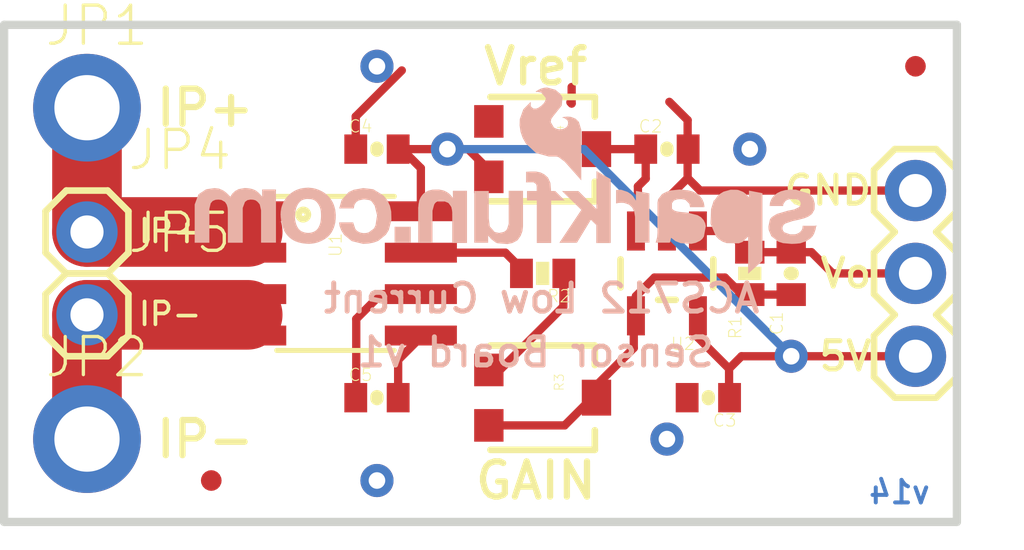
<source format=kicad_pcb>
(kicad_pcb (version 20211014) (generator pcbnew)
  (layers (0 "F.Cu" signal) (1 "In1.Cu" signal) (2 "In2.Cu" signal) (3 "In3.Cu" signal) (4 "In4.Cu" signal) (5 "In5.Cu" signal) (6 "In6.Cu" signal) (7 "In7.Cu" signal) (8 "In8.Cu" signal) (9 "In9.Cu" signal) (10 "In10.Cu" signal) (11 "In11.Cu" signal) (12 "In12.Cu" signal) (13 "In13.Cu" signal) (14 "In14.Cu" signal) (31 "B.Cu" signal) (34 "B.Paste" user) (35 "F.Paste" user) (36 "B.SilkS" user "B.Silkscreen") (37 "F.SilkS" user "F.Silkscreen") (38 "B.Mask" user) (39 "F.Mask" user) (44 "Edge.Cuts" user))
  (net 0 "")
  (net 1 "IP+")
  (net 2 "IP-")
  (net 3 "N$3")
  (net 4 "N$4")
  (net 5 "N$5")
  (net 6 "5V")
  (net 7 "VO")
  (net 8 "GND")
  (net 9 "N$6")
  (net 10 "N$8")
  (footprint "boardEagle:1X01_2MM" (layer "F.Cu") (at 136.4361 99.9236)
    (fp_text reference "JP1" (at -1.3462 -1.8288) (layer "F.SilkS") (effects (font (size 1.1684 1.1684) (thickness 0.1016)) (justify left bottom)))
    (fp_text value "M01PTH_2MM")
    (pad "1" thru_hole circle (at 0 0 90) (size 3.302 3.302) (drill 2) (layers *.Cu *.Mask) (net 1 "IP+"))
  )
  (footprint "boardEagle:TRIMPOT-3MM" (layer "F.Cu") (at 150.4061 108.8136 -90)
    (fp_text reference "R3" (at -0.762 -0.508 90) (layer "F.SilkS") (effects (font (size 0.282367 0.282367) (thickness 0.022433)) (justify right)))
    (fp_text value "TRIMPOTSMD")
    (fp_line (start 1.6 -1.6) (end 1.6 1.6) (layer "F.SilkS") (width 0.2032))
    (fp_line (start -1 -1.6) (end -1.6 -1.6) (layer "F.SilkS") (width 0.2032))
    (fp_line (start 1 -1.6) (end 1.6 -1.6) (layer "F.SilkS") (width 0.2032))
    (fp_line (start -1.6 -1.6) (end -1.6 1.6) (layer "F.SilkS") (width 0.2032))
    (pad "1" smd rect (at -0.85 1.65 270) (size 1 0.9) (layers "F.Cu" "F.Paste" "F.Mask") (net 4 "N$4"))
    (pad "2" smd rect (at 0 -1.65 270) (size 1.1 0.9) (layers "F.Cu" "F.Paste" "F.Mask") (net 5 "N$5"))
    (pad "3" smd rect (at 0.85 1.65 270) (size 1 0.9) (layers "F.Cu" "F.Paste" "F.Mask") (net 5 "N$5"))
  )
  (footprint "boardEagle:0402-CAP" (layer "F.Cu") (at 145.3261 101.1936)
    (fp_text reference "C4" (at -0.889 -0.6985) (layer "F.SilkS") (effects (font (size 0.376489 0.376489) (thickness 0.029911)) (justify left)))
    (fp_text value "0.1uF")
    (fp_line (start 0 -0.0305) (end 0 0.0305) (layer "F.SilkS") (width 0.4064))
    (pad "1" smd rect (at -0.65 0) (size 0.7 0.9) (layers "F.Cu" "F.Paste" "F.Mask") (net 8 "GND"))
    (pad "2" smd rect (at 0.65 0) (size 0.7 0.9) (layers "F.Cu" "F.Paste" "F.Mask") (net 6 "5V"))
  )
  (footprint "boardEagle:1X01" (layer "F.Cu") (at 136.4361 103.7336)
    (fp_text reference "JP4" (at 1.1938 -1.8288) (layer "F.SilkS") (effects (font (size 1.1684 1.1684) (thickness 0.1016)) (justify left bottom)))
    (fp_text value "M01PTH")
    (fp_line (start -1.27 -0.635) (end -1.27 0.635) (layer "F.SilkS") (width 0.2032))
    (fp_line (start 0.635 -1.27) (end -0.635 -1.27) (layer "F.SilkS") (width 0.2032))
    (fp_line (start -0.635 1.27) (end 0.635 1.27) (layer "F.SilkS") (width 0.2032))
    (fp_line (start -0.635 -1.27) (end -1.27 -0.635) (layer "F.SilkS") (width 0.2032))
    (fp_line (start -1.27 0.635) (end -0.635 1.27) (layer "F.SilkS") (width 0.2032))
    (fp_line (start 1.27 -0.635) (end 0.635 -1.27) (layer "F.SilkS") (width 0.2032))
    (fp_line (start 0.635 1.27) (end 1.27 0.635) (layer "F.SilkS") (width 0.2032))
    (fp_line (start 1.27 0.635) (end 1.27 -0.635) (layer "F.SilkS") (width 0.2032))
    (pad "1" thru_hole circle (at 0 0 90) (size 1.8796 1.8796) (drill 1.016) (layers *.Cu *.Mask) (net 1 "IP+"))
  )
  (footprint "boardEagle:0402-RES" (layer "F.Cu") (at 156.7561 105.0036 -90)
    (fp_text reference "R1" (at 1.27 0.4445 90) (layer "F.SilkS") (effects (font (size 0.376489 0.376489) (thickness 0.029911)) (justify right)))
    (fp_text value "47K")
    (fp_poly (pts (xy -0.2032 0.3556) (xy 0.2032 0.3556) (xy 0.2032 -0.3556) (xy -0.2032 -0.3556)) (layer "F.SilkS") (width 0) (fill solid))
    (pad "1" smd rect (at -0.65 0 270) (size 0.7 0.9) (layers "F.Cu" "F.Paste" "F.Mask") (net 7 "VO"))
    (pad "2" smd rect (at 0.65 0 270) (size 0.7 0.9) (layers "F.Cu" "F.Paste" "F.Mask") (net 5 "N$5"))
  )
  (footprint "boardEagle:MICRO-FIDUCIAL" (layer "F.Cu") (at 161.8361 98.6536)
    (fp_text reference "U$1" hide)
    (fp_text value "FIDUCIALUFIDUCIAL" hide)
    (pad "1" smd roundrect (at 0 0) (size 0.635 0.635) (layers "F.Cu" "F.Mask") (roundrect_rratio 0.5))
  )
  (footprint "boardEagle:1X03" (layer "F.Cu") (at 161.8361 107.5436 90)
    (fp_text reference "JP3" hide)
    (fp_text value "")
    (fp_line (start 5.715 1.27) (end 4.445 1.27) (layer "F.SilkS") (width 0.2032))
    (fp_line (start 6.35 0.635) (end 5.715 1.27) (layer "F.SilkS") (width 0.2032))
    (fp_line (start 1.905 -1.27) (end 3.175 -1.27) (layer "F.SilkS") (width 0.2032))
    (fp_line (start 3.81 -0.635) (end 4.445 -1.27) (layer "F.SilkS") (width 0.2032))
    (fp_line (start 1.27 -0.635) (end 1.905 -1.27) (layer "F.SilkS") (width 0.2032))
    (fp_line (start 6.35 -0.635) (end 6.35 0.635) (layer "F.SilkS") (width 0.2032))
    (fp_line (start -1.27 0.635) (end -0.635 1.27) (layer "F.SilkS") (width 0.2032))
    (fp_line (start 5.715 -1.27) (end 6.35 -0.635) (layer "F.SilkS") (width 0.2032))
    (fp_line (start 1.27 0.635) (end 0.635 1.27) (layer "F.SilkS") (width 0.2032))
    (fp_line (start 0.635 -1.27) (end 1.27 -0.635) (layer "F.SilkS") (width 0.2032))
    (fp_line (start 3.175 -1.27) (end 3.81 -0.635) (layer "F.SilkS") (width 0.2032))
    (fp_line (start 0.635 1.27) (end -0.635 1.27) (layer "F.SilkS") (width 0.2032))
    (fp_line (start -1.27 -0.635) (end -1.27 0.635) (layer "F.SilkS") (width 0.2032))
    (fp_line (start 1.905 1.27) (end 1.27 0.635) (layer "F.SilkS") (width 0.2032))
    (fp_line (start 3.81 0.635) (end 3.175 1.27) (layer "F.SilkS") (width 0.2032))
    (fp_line (start -0.635 -1.27) (end 0.635 -1.27) (layer "F.SilkS") (width 0.2032))
    (fp_line (start 3.175 1.27) (end 1.905 1.27) (layer "F.SilkS") (width 0.2032))
    (fp_line (start 4.445 -1.27) (end 5.715 -1.27) (layer "F.SilkS") (width 0.2032))
    (fp_line (start -0.635 -1.27) (end -1.27 -0.635) (layer "F.SilkS") (width 0.2032))
    (fp_line (start 4.445 1.27) (end 3.81 0.635) (layer "F.SilkS") (width 0.2032))
    (pad "1" thru_hole circle (at 0 0 180) (size 1.8796 1.8796) (drill 1.016) (layers *.Cu *.Mask) (net 6 "5V"))
    (pad "2" thru_hole circle (at 2.54 0 180) (size 1.8796 1.8796) (drill 1.016) (layers *.Cu *.Mask) (net 7 "VO"))
    (pad "3" thru_hole circle (at 5.08 0 180) (size 1.8796 1.8796) (drill 1.016) (layers *.Cu *.Mask) (net 8 "GND"))
  )
  (footprint "boardEagle:TRIMPOT-3MM" (layer "F.Cu") (at 150.4061 101.1936 -90)
    (fp_text reference "R4" (at -0.762 -0.508 90) (layer "F.SilkS") (effects (font (size 0.282367 0.282367) (thickness 0.022433)) (justify right)))
    (fp_text value "TRIMPOTSMD")
    (fp_line (start -1.6 -1.6) (end -1.6 1.6) (layer "F.SilkS") (width 0.2032))
    (fp_line (start 1 -1.6) (end 1.6 -1.6) (layer "F.SilkS") (width 0.2032))
    (fp_line (start -1 -1.6) (end -1.6 -1.6) (layer "F.SilkS") (width 0.2032))
    (fp_line (start 1.6 -1.6) (end 1.6 1.6) (layer "F.SilkS") (width 0.2032))
    (pad "1" smd rect (at -0.85 1.65 270) (size 1 0.9) (layers "F.Cu" "F.Paste" "F.Mask") (net 8 "GND"))
    (pad "2" smd rect (at 0 -1.65 270) (size 1.1 0.9) (layers "F.Cu" "F.Paste" "F.Mask") (net 9 "N$6"))
    (pad "3" smd rect (at 0.85 1.65 270) (size 1 0.9) (layers "F.Cu" "F.Paste" "F.Mask") (net 6 "5V"))
  )
  (footprint "boardEagle:0402-CAP" (layer "F.Cu") (at 158.0261 105.0036 -90)
    (fp_text reference "C1" (at 1.143 0.4445 90) (layer "F.SilkS") (effects (font (size 0.376489 0.376489) (thickness 0.029911)) (justify right)))
    (fp_text value "100pF")
    (fp_line (start 0 -0.0305) (end 0 0.0305) (layer "F.SilkS") (width 0.4064))
    (pad "1" smd rect (at -0.65 0 270) (size 0.7 0.9) (layers "F.Cu" "F.Paste" "F.Mask") (net 7 "VO"))
    (pad "2" smd rect (at 0.65 0 270) (size 0.7 0.9) (layers "F.Cu" "F.Paste" "F.Mask") (net 5 "N$5"))
  )
  (footprint "boardEagle:0402-RES" (layer "F.Cu") (at 150.4061 105.0036 180)
    (fp_text reference "R2" (at -0.889 -0.6985) (layer "F.SilkS") (effects (font (size 0.376489 0.376489) (thickness 0.029911)) (justify right)))
    (fp_text value "1K")
    (fp_poly (pts (xy -0.2032 0.3556) (xy 0.2032 0.3556) (xy 0.2032 -0.3556) (xy -0.2032 -0.3556)) (layer "F.SilkS") (width 0) (fill solid))
    (pad "1" smd rect (at -0.65 0 180) (size 0.7 0.9) (layers "F.Cu" "F.Paste" "F.Mask") (net 4 "N$4"))
    (pad "2" smd rect (at 0.65 0 180) (size 0.7 0.9) (layers "F.Cu" "F.Paste" "F.Mask") (net 3 "N$3"))
  )
  (footprint "boardEagle:0402-CAP" (layer "F.Cu") (at 155.4861 108.8136 180)
    (fp_text reference "C3" (at -0.889 -0.6985) (layer "F.SilkS") (effects (font (size 0.376489 0.376489) (thickness 0.029911)) (justify right)))
    (fp_text value "0.1uF")
    (fp_line (start 0 -0.0305) (end 0 0.0305) (layer "F.SilkS") (width 0.4064))
    (pad "1" smd rect (at -0.65 0 180) (size 0.7 0.9) (layers "F.Cu" "F.Paste" "F.Mask") (net 6 "5V"))
    (pad "2" smd rect (at 0.65 0 180) (size 0.7 0.9) (layers "F.Cu" "F.Paste" "F.Mask") (net 8 "GND"))
  )
  (footprint "boardEagle:SOT23-5" (layer "F.Cu") (at 154.2161 105.0036 180)
    (fp_text reference "U2" (at -0.889 -2.159) (layer "F.SilkS") (effects (font (size 0.376489 0.376489) (thickness 0.029911)) (justify right)))
    (fp_text value "OPA344")
    (fp_line (start -0.2684 -0.8104) (end 0.2684 -0.8104) (layer "F.SilkS") (width 0.2032))
    (fp_line (start 1.4224 -0.4294) (end 1.4224 0.4294) (layer "F.SilkS") (width 0.2032))
    (fp_line (start -1.4224 0.4294) (end -1.4224 -0.4294) (layer "F.SilkS") (width 0.2032))
    (pad "1" smd rect (at -0.95 1.3001 180) (size 0.55 1.2) (layers "F.Cu" "F.Paste" "F.Mask") (net 7 "VO"))
    (pad "2" smd rect (at 0 1.3001 180) (size 0.55 1.2) (layers "F.Cu" "F.Paste" "F.Mask") (net 8 "GND"))
    (pad "3" smd rect (at 0.95 1.3001 180) (size 0.55 1.2) (layers "F.Cu" "F.Paste" "F.Mask") (net 9 "N$6"))
    (pad "4" smd rect (at 0.95 -1.3001 180) (size 0.55 1.2) (layers "F.Cu" "F.Paste" "F.Mask") (net 5 "N$5"))
    (pad "5" smd rect (at -0.95 -1.3001 180) (size 0.55 1.2) (layers "F.Cu" "F.Paste" "F.Mask") (net 6 "5V"))
  )
  (footprint "boardEagle:0402-CAP" (layer "F.Cu") (at 145.3261 108.8136)
    (fp_text reference "C5" (at -0.889 -0.6985) (layer "F.SilkS") (effects (font (size 0.376489 0.376489) (thickness 0.029911)) (justify left)))
    (fp_text value "1nF")
    (fp_line (start 0 -0.0305) (end 0 0.0305) (layer "F.SilkS") (width 0.4064))
    (pad "1" smd rect (at -0.65 0) (size 0.7 0.9) (layers "F.Cu" "F.Paste" "F.Mask") (net 10 "N$8"))
    (pad "2" smd rect (at 0.65 0) (size 0.7 0.9) (layers "F.Cu" "F.Paste" "F.Mask") (net 8 "GND"))
  )
  (footprint "boardEagle:0402-CAP" (layer "F.Cu") (at 154.2161 101.1936)
    (fp_text reference "C2" (at -0.889 -0.6985) (layer "F.SilkS") (effects (font (size 0.376489 0.376489) (thickness 0.029911)) (justify left)))
    (fp_text value "0.1uF")
    (fp_line (start 0 -0.0305) (end 0 0.0305) (layer "F.SilkS") (width 0.4064))
    (pad "1" smd rect (at -0.65 0) (size 0.7 0.9) (layers "F.Cu" "F.Paste" "F.Mask") (net 9 "N$6"))
    (pad "2" smd rect (at 0.65 0) (size 0.7 0.9) (layers "F.Cu" "F.Paste" "F.Mask") (net 8 "GND"))
  )
  (footprint "boardEagle:1X01" (layer "F.Cu") (at 136.4361 106.2736)
    (fp_text reference "JP5" (at 1.1938 -1.8288) (layer "F.SilkS") (effects (font (size 1.1684 1.1684) (thickness 0.1016)) (justify left bottom)))
    (fp_text value "M01PTH")
    (fp_line (start -1.27 0.635) (end -0.635 1.27) (layer "F.SilkS") (width 0.2032))
    (fp_line (start 0.635 1.27) (end 1.27 0.635) (layer "F.SilkS") (width 0.2032))
    (fp_line (start -0.635 -1.27) (end -1.27 -0.635) (layer "F.SilkS") (width 0.2032))
    (fp_line (start -0.635 1.27) (end 0.635 1.27) (layer "F.SilkS") (width 0.2032))
    (fp_line (start 0.635 -1.27) (end -0.635 -1.27) (layer "F.SilkS") (width 0.2032))
    (fp_line (start -1.27 -0.635) (end -1.27 0.635) (layer "F.SilkS") (width 0.2032))
    (fp_line (start 1.27 -0.635) (end 0.635 -1.27) (layer "F.SilkS") (width 0.2032))
    (fp_line (start 1.27 0.635) (end 1.27 -0.635) (layer "F.SilkS") (width 0.2032))
    (pad "1" thru_hole circle (at 0 0 90) (size 1.8796 1.8796) (drill 1.016) (layers *.Cu *.Mask) (net 2 "IP-"))
  )
  (footprint "boardEagle:1X01_2MM" (layer "F.Cu") (at 136.4361 110.0836)
    (fp_text reference "JP2" (at -1.3462 -1.8288) (layer "F.SilkS") (effects (font (size 1.1684 1.1684) (thickness 0.1016)) (justify left bottom)))
    (fp_text value "M01PTH_2MM")
    (pad "1" thru_hole circle (at 0 0 90) (size 3.302 3.302) (drill 2) (layers *.Cu *.Mask) (net 2 "IP-"))
  )
  (footprint "boardEagle:MICRO-FIDUCIAL" (layer "F.Cu") (at 140.2461 111.3536)
    (fp_text reference "U$3" hide)
    (fp_text value "FIDUCIALUFIDUCIAL" hide)
    (pad "1" smd roundrect (at 0 0) (size 0.635 0.635) (layers "F.Cu" "F.Mask") (roundrect_rratio 0.5))
  )
  (footprint "boardEagle:SO08" (layer "F.Cu") (at 144.0561 105.0036 -90)
    (fp_text reference "U1" (at -1.27 0 90) (layer "F.SilkS") (effects (font (size 0.376489 0.376489) (thickness 0.029911)) (justify right)))
    (fp_text value "ACS712")
    (fp_line (start 2.362 1.803) (end 2.362 -1.803) (layer "F.SilkS") (width 0.1524))
    (fp_line (start -2.362 -1.803) (end -2.362 1.803) (layer "F.SilkS") (width 0.1524))
    (fp_circle (center -1.8034 0.9906) (end -1.6598 0.9906) (layer "F.SilkS") (width 0.2032) (fill none))
    (pad "1" smd rect (at -1.905 2.6162 270) (size 0.6096 2.2098) (layers "F.Cu" "F.Paste" "F.Mask") (net 1 "IP+"))
    (pad "2" smd rect (at -0.635 2.6162 270) (size 0.6096 2.2098) (layers "F.Cu" "F.Paste" "F.Mask") (net 1 "IP+"))
    (pad "3" smd rect (at 0.635 2.6162 270) (size 0.6096 2.2098) (layers "F.Cu" "F.Paste" "F.Mask") (net 2 "IP-"))
    (pad "4" smd rect (at 1.905 2.6162 270) (size 0.6096 2.2098) (layers "F.Cu" "F.Paste" "F.Mask") (net 2 "IP-"))
    (pad "5" smd rect (at 1.905 -2.6162 270) (size 0.6096 2.2098) (layers "F.Cu" "F.Paste" "F.Mask") (net 8 "GND"))
    (pad "6" smd rect (at 0.635 -2.6162 270) (size 0.6096 2.2098) (layers "F.Cu" "F.Paste" "F.Mask") (net 10 "N$8"))
    (pad "7" smd rect (at -0.635 -2.6162 270) (size 0.6096 2.2098) (layers "F.Cu" "F.Paste" "F.Mask") (net 3 "N$3"))
    (pad "8" smd rect (at -1.905 -2.6162 270) (size 0.6096 2.2098) (layers "F.Cu" "F.Paste" "F.Mask") (net 6 "5V"))
  )
  (footprint "boardEagle:SFE-NEW-WEBLOGO" (layer "B.Cu") (at 158.7881 105.0036 180)
    (fp_text reference "U$2" hide)
    (fp_text value "LOGO-SFENEW" hide)
    (fp_line (start 12.1818 0.955) (end 11.7729 0.955) (layer "B.SilkS") (width 0.0254))
    (fp_line (start 11.1201 2.2962) (end 11.1277 2.2962) (layer "B.SilkS") (width 0.0254))
    (fp_line (start 12.1818 2.0091) (end 12.1818 0.955) (layer "B.SilkS") (width 0.0254))
    (fp_line (start 11.1379 1.8136) (end 11.1379 0.9449) (layer "B.SilkS") (width 0.0254))
    (fp_line (start 10.7163 2.5171) (end 11.1201 2.5171) (layer "B.SilkS") (width 0.0254))
    (fp_line (start 11.7729 0.955) (end 11.7729 1.9202) (layer "B.SilkS") (width 0.0254))
    (fp_line (start 10.7163 0.9449) (end 10.7163 2.5171) (layer "B.SilkS") (width 0.0254))
    (fp_line (start 15.5702 2.6137) (end 15.5854 2.6137) (layer "B.SilkS") (width 0.0254))
    (fp_line (start 11.1379 0.9449) (end 10.7163 0.9449) (layer "B.SilkS") (width 0.0254))
    (fp_line (start 15.5702 2.2962) (end 15.5702 2.6137) (layer "B.SilkS") (width 0.0254))
    (fp_line (start 15.5499 2.6137) (end 15.5499 2.2911) (layer "B.SilkS") (width 0.0254))
    (fp_line (start 11.1201 2.5171) (end 11.1201 2.2962) (layer "B.SilkS") (width 0.0254))
    (fp_line (start 15.5499 2.2911) (end 15.527 2.2911) (layer "B.SilkS") (width 0.0254))
    (fp_arc (start 14.9911 1.1201) (mid 15.249615 0.972855) (end 15.5423 0.9195) (layer "B.SilkS") (width 0.0254))
    (fp_arc (start 15.7277 2.2708) (mid 15.650001 2.290018) (end 15.5702 2.2962) (layer "B.SilkS") (width 0.0254))
    (fp_arc (start 11.1277 2.2962) (mid 11.137379 2.298176) (end 11.1455 2.3038) (layer "B.SilkS") (width 0.0254))
    (fp_arc (start 15.428 1.2522) (mid 15.597525 1.230563) (end 15.7632 1.2725) (layer "B.SilkS") (width 0.0254))
    (fp_arc (start 16.317 1.3665) (mid 16.380488 1.583529) (end 16.4033 1.8085) (layer "B.SilkS") (width 0.0254))
    (fp_arc (start 12.1488 2.232699) (mid 12.104013 2.336521) (end 12.0345 2.4257) (layer "B.SilkS") (width 0.0254))
    (fp_arc (start 14.8615 1.27) (mid 14.919858 1.189481) (end 14.9911 1.1201) (layer "B.SilkS") (width 0.0254))
    (fp_arc (start 11.2725 2.446) (mid 11.226399 2.404414) (end 11.1862 2.3571) (layer "B.SilkS") (width 0.0254))
    (fp_arc (start 15.5423 0.9195) (mid 15.724919 0.932492) (end 15.9029 0.9754) (layer "B.SilkS") (width 0.0254))
    (fp_arc (start 15.1689 1.8847) (mid 15.165026 1.761448) (end 15.1714 1.6383) (layer "B.SilkS") (width 0.0254))
    (fp_arc (start 15.9029 0.9754) (mid 16.153433 1.12491) (end 16.317 1.3665) (layer "B.SilkS") (width 0.0254))
    (fp_arc (start 11.7145 2.1311) (mid 11.664346 2.1894) (end 11.5976 2.2276) (layer "B.SilkS") (width 0.0254))
    (fp_arc (start 15.809 2.5857) (mid 15.698073 2.606673) (end 15.5854 2.6137) (layer "B.SilkS") (width 0.0254))
    (fp_arc (start 15.527 2.2911) (mid 15.388433 2.258974) (end 15.278099 2.1692) (layer "B.SilkS") (width 0.0254))
    (fp_arc (start 11.1684 2.0396) (mid 11.146105 1.962214) (end 11.1379 1.8821) (layer "B.SilkS") (width 0.0254))
    (fp_arc (start 14.7523 1.5672) (mid 14.792796 1.413418) (end 14.8615 1.27) (layer "B.SilkS") (width 0.0254))
    (fp_arc (start 15.2781 2.1692) (mid 15.20247 2.035022) (end 15.168899 1.8847) (layer "B.SilkS") (width 0.0254))
    (fp_arc (start 12.0345 2.425699) (mid 11.911985 2.51116) (end 11.7678 2.5502) (layer "B.SilkS") (width 0.0254))
    (fp_arc (start 15.128201 2.4892) (mid 14.882786 2.260687) (end 14.7549 1.9507) (layer "B.SilkS") (width 0.0254))
    (fp_arc (start 15.8318 2.2047) (mid 15.783745 2.244042) (end 15.7277 2.2708) (layer "B.SilkS") (width 0.0254))
    (fp_arc (start 11.1379 1.8821) (mid 11.137681 1.84785) (end 11.1379 1.8136) (layer "B.SilkS") (width 0.0254))
    (fp_arc (start 16.129 2.4181) (mid 15.978822 2.520652) (end 15.809 2.5857) (layer "B.SilkS") (width 0.0254))
    (fp_arc (start 11.4198 2.2327) (mid 11.475702 2.235165) (end 11.5316 2.2377) (layer "B.SilkS") (width 0.0254))
    (fp_arc (start 11.5672 2.5552) (mid 11.411238 2.523841) (end 11.2725 2.446) (layer "B.SilkS") (width 0.0254))
    (fp_arc (start 11.5976 2.2276) (mid 11.565101 2.235925) (end 11.5316 2.2377) (layer "B.SilkS") (width 0.0254))
    (fp_arc (start 11.2598 2.1692) (mid 11.206137 2.110016) (end 11.1684 2.0396) (layer "B.SilkS") (width 0.0254))
    (fp_arc (start 11.1862 2.3571) (mid 11.172158 2.338081) (end 11.1582 2.319) (layer "B.SilkS") (width 0.0254))
    (fp_arc (start 11.1455 2.3038) (mid 11.152103 2.311188) (end 11.1582 2.319) (layer "B.SilkS") (width 0.0254))
    (fp_arc (start 16.4033 1.808499) (mid 16.333054 2.143404) (end 16.129 2.4181) (layer "B.SilkS") (width 0.0254))
    (fp_arc (start 15.5499 2.6137) (mid 15.331296 2.577713) (end 15.1282 2.4892) (layer "B.SilkS") (width 0.0254))
    (fp_arc (start 15.7632 1.2725) (mid 15.846801 1.329279) (end 15.908 1.4097) (layer "B.SilkS") (width 0.0254))
    (fp_arc (start 14.7549 1.9507) (mid 14.737287 1.759061) (end 14.7523 1.5672) (layer "B.SilkS") (width 0.0254))
    (fp_arc (start 15.9868 1.7196) (mid 15.980368 1.846143) (end 15.9588 1.971) (layer "B.SilkS") (width 0.0254))
    (fp_arc (start 11.4198 2.2327) (mid 11.334441 2.214452) (end 11.259799 2.1692) (layer "B.SilkS") (width 0.0254))
    (fp_arc (start 11.7729 1.9202) (mid 11.758038 2.02962) (end 11.7145 2.1311) (layer "B.SilkS") (width 0.0254))
    (fp_arc (start 15.1714 1.6383) (mid 15.194331 1.520588) (end 15.24 1.4097) (layer "B.SilkS") (width 0.0254))
    (fp_arc (start 15.9588 1.971) (mid 15.910982 2.096372) (end 15.8318 2.2047) (layer "B.SilkS") (width 0.0254))
    (fp_arc (start 12.1818 2.0091) (mid 12.172765 2.122002) (end 12.1488 2.2327) (layer "B.SilkS") (width 0.0254))
    (fp_arc (start 15.908 1.4097) (mid 15.966057 1.559906) (end 15.9868 1.7196) (layer "B.SilkS") (width 0.0254))
    (fp_arc (start 11.7678 2.5502) (mid 11.667584 2.556058) (end 11.5672 2.5552) (layer "B.SilkS") (width 0.0254))
    (fp_arc (start 15.24 1.4097) (mid 15.31871 1.3127) (end 15.428 1.2522) (layer "B.SilkS") (width 0.0254))
    (fp_poly (pts (xy 9.4234 1.520809) (xy 9.472888 1.359974) (xy 9.516069 1.308185) (xy 9.573108 1.271734) (xy 9.714103 1.241374) (xy 9.853529 1.268908) (xy 10.003067 1.442966) (xy 10.033 1.684784) (xy 10.033 2.5273) (xy 10.48 2.5273) (xy 10.48 0.9398) (xy 10.0533 0.9398) (xy 10.0533 1.159713) (xy 9.961626 1.051965) (xy 9.823848 0.946774) (xy 9.797269 0.933513) (xy 9.76873 0.924761) (xy 9.46843 0.899096) (xy 9.311419 0.929258) (xy 9.173895 1.0008) (xy 9.172522 1.0008) (xy 9.155194 1.014756) (xy 9.141833 1.028106) (xy 9.055991 1.150842) (xy 9.0022 1.291099) (xy 8.984 1.439423) (xy 8.984 2.5324) (xy 9.4234 2.5324)) (layer "B.SilkS") (width 0) (fill solid))
    (fp_poly (pts (xy 6.7335 1.97376) (xy 7.284539 2.5248) (xy 7.78835 2.5248) (xy 7.197009 1.946483) (xy 7.869909 0.937183) (xy 7.330929 0.939835) (xy 6.903958 1.643716) (xy 6.7386 1.483032) (xy 6.7386 0.9296) (xy 6.306639 0.9296) (xy 6.2941 0.942139) (xy 6.2941 2.887776) (xy 6.7335 3.138467)) (layer "B.SilkS") (width 0) (fill solid))
    (fp_poly (pts (xy 6.1316 2.557116) (xy 6.1316 2.1463) (xy 6.115783 2.1463) (xy 6.10653 2.147054) (xy 6.097893 2.149211) (xy 6.068387 2.157247) (xy 6.038922 2.161538) (xy 5.96265 2.16474) (xy 5.887609 2.16159) (xy 5.731931 2.107297) (xy 5.637642 2.018651) (xy 5.577302 1.903423) (xy 5.5499 1.736362) (xy 5.5499 0.9423) (xy 5.107878 0.9423) (xy 5.110519 2.454146) (xy 5.522 2.527255) (xy 5.522 2.234211) (xy 5.526569 2.235704) (xy 5.544428 2.262537) (xy 5.578841 2.314524) (xy 5.613758 2.367854) (xy 5.686736 2.438162) (xy 5.778008 2.498223) (xy 5.979984 2.565515)) (layer "B.SilkS") (width 0) (fill solid))
    (fp_poly (pts (xy 2.834651 2.506079) (xy 2.92707 2.450683) (xy 3.011605 2.383731) (xy 3.1267 2.221709) (xy 3.1267 2.263503) (xy 3.219434 1.972794) (xy 3.236098 1.526727) (xy 3.068933 1.135798) (xy 2.975978 1.041462) (xy 2.864973 0.970996) (xy 2.740356 0.92713) (xy 2.372489 0.922) (xy 2.370226 0.922) (xy 2.254471 0.962806) (xy 2.0828 1.127587) (xy 2.0828 -0.010757) (xy 1.6434 0.385552) (xy 1.6434 2.45912) (xy 2.057593 2.537568) (xy 2.055012 2.330538) (xy 2.068304 2.345345) (xy 2.15812 2.442839) (xy 2.234107 2.497896) (xy 2.368681 2.552194) (xy 2.419192 2.562883) (xy 2.620347 2.565422)) (layer "B.SilkS") (width 0) (fill solid))
    (fp_poly (pts (xy 8.337002 5.691103) (xy 8.426449 5.668729) (xy 8.439477 5.663683) (xy 8.451149 5.657775) (xy 8.46786 5.649476) (xy 8.486552 5.642734) (xy 8.582694 5.5855) (xy 8.5903 5.5855) (xy 8.5903 5.5601) (xy 8.517833 5.5601) (xy 8.419418 5.540814) (xy 8.285855 5.378186) (xy 8.290365 5.319725) (xy 8.33909 5.224769) (xy 8.415666 5.148096) (xy 8.505069 5.083538) (xy 8.580348 5.051724) (xy 8.661737 5.054532) (xy 8.669864 5.057086) (xy 8.677257 5.060289) (xy 8.741514 5.119856) (xy 8.7478 5.142712) (xy 8.7478 5.260838) (xy 8.974707 5.031027) (xy 9.079186 4.739741) (xy 9.082603 4.739794) (xy 9.08906 4.533335) (xy 9.059857 4.34032) (xy 8.996308 4.155742) (xy 8.8773 3.944478) (xy 8.8773 3.963481) (xy 8.589131 3.69191) (xy 8.193239 3.5814) (xy 7.964005 3.5814) (xy 7.927201 3.574946) (xy 7.892776 3.562492) (xy 7.707322 3.424684) (xy 7.1984 2.85199) (xy 7.1984 4.40367) (xy 7.271004 4.644867) (xy 7.379295 4.748389) (xy 7.518122 4.800422) (xy 7.6149 4.807989) (xy 7.710384 4.800523) (xy 7.77091 4.790999) (xy 7.768788 4.767333) (xy 7.733216 4.768142) (xy 7.712784 4.759041) (xy 7.631519 4.700054) (xy 7.611722 4.67357) (xy 7.601395 4.6114) (xy 7.611905 4.548129) (xy 7.632405 4.508074) (xy 7.663343 4.475585) (xy 7.757535 4.42645) (xy 7.863229 4.414642) (xy 7.953768 4.432984) (xy 8.03522 4.472556) (xy 8.13303 4.637559) (xy 8.118706 4.731744) (xy 8.061914 4.813301) (xy 7.795707 5.146137) (xy 7.772667 5.393755) (xy 7.838495 5.504456) (xy 7.840042 5.506003) (xy 7.989901 5.63002) (xy 8.243676 5.699964)) (layer "B.SilkS") (width 0) (fill solid))
    (fp_poly (pts (xy 4.444983 2.544915) (xy 4.588724 2.501712) (xy 4.72259 2.430523) (xy 4.844814 2.271666) (xy 4.859671 2.1819) (xy 4.8616 2.1819) (xy 4.8616 1.6891) (xy 4.864173 1.6891) (xy 4.861603 1.242544) (xy 4.871819 1.108765) (xy 4.906709 0.979276) (xy 4.920484 0.9423) (xy 4.495275 0.9423) (xy 4.477494 0.951279) (xy 4.472002 0.970735) (xy 4.468249 0.985133) (xy 4.446292 1.084946) (xy 4.440321 1.089528) (xy 4.438946 1.088886) (xy 4.309064 0.98859) (xy 4.153188 0.927249) (xy 3.824183 0.906712) (xy 3.683825 0.938256) (xy 3.554173 1.000134) (xy 3.486826 1.05665) (xy 3.437273 1.130532) (xy 3.3807 1.444163) (xy 3.3807 1.446675) (xy 3.401941 1.543624) (xy 3.446308 1.632822) (xy 3.527788 1.722902) (xy 3.632416 1.784766) (xy 3.937258 1.861632) (xy 4.048648 1.873601) (xy 4.159032 1.884616) (xy 4.224808 1.893434) (xy 4.289167 1.907055) (xy 4.336271 1.923637) (xy 4.379043 1.948303) (xy 4.407461 1.974391) (xy 4.413402 1.982997) (xy 4.4171 1.991455) (xy 4.4171 2.14983) (xy 4.358226 2.232254) (xy 4.254396 2.270917) (xy 4.188033 2.274326) (xy 4.120968 2.275774) (xy 4.006679 2.25395) (xy 3.883049 2.131716) (xy 3.8659 2.045941) (xy 3.8659 2.0295) (xy 3.429 2.0295) (xy 3.429 2.040006) (xy 3.418965 2.041638) (xy 3.439259 2.166448) (xy 3.491292 2.283494) (xy 3.571378 2.383462) (xy 3.674008 2.459597) (xy 3.791998 2.513469) (xy 3.916944 2.547448) (xy 4.18103 2.571338)) (layer "B.SilkS") (width 0) (fill solid))
    (fp_poly (pts (xy 14.181776 2.563159) (xy 14.181555 2.560669) (xy 14.327447 2.496725) (xy 14.547848 2.246517) (xy 14.619242 1.9914) (xy 14.1707 1.9914) (xy 14.1707 2.005388) (xy 14.15242 2.10038) (xy 14.100807 2.180729) (xy 14.023181 2.236025) (xy 13.860405 2.2706) (xy 13.694207 2.245798) (xy 13.653262 2.227396) (xy 13.618712 2.198612) (xy 13.531409 2.074936) (xy 13.459735 1.779947) (xy 13.507258 1.471936) (xy 13.55233 1.379537) (xy 13.718934 1.256376) (xy 13.795519 1.238584) (xy 13.875272 1.234455) (xy 13.963395 1.249226) (xy 14.044683 1.286045) (xy 14.088707 1.320383) (xy 14.123821 1.362695) (xy 14.191983 1.5646) (xy 14.6202 1.5646) (xy 14.6202 1.546046) (xy 14.607183 1.4497) (xy 14.551954 1.307962) (xy 14.468685 1.180108) (xy 14.234909 0.989147) (xy 13.88734 0.904104) (xy 13.726062 0.914148) (xy 13.567886 0.942693) (xy 13.423659 0.994928) (xy 13.188191 1.185237) (xy 13.098694 1.32648) (xy 13.017451 1.644495) (xy 13.0251 1.894992) (xy 13.0251 1.896181) (xy 13.064859 2.076939) (xy 13.14486 2.243932) (xy 13.26133 2.388842) (xy 13.574558 2.580191) (xy 13.883988 2.616332)) (layer "B.SilkS") (width 0) (fill solid))
    (fp_poly (pts (xy 1.201557 2.290098) (xy 1.414074 2.156268) (xy 1.42383 2.065) (xy 1.01008 2.065) (xy 1.00135 2.126336) (xy 0.936084 2.220524) (xy 0.871818 2.257603) (xy 0.798545 2.2758) (xy 0.628591 2.2758) (xy 0.583991 2.267366) (xy 0.541641 2.251683) (xy 0.51157 2.232098) (xy 0.488615 2.205726) (xy 0.469153 2.152745) (xy 0.474605 2.097619) (xy 0.521549 2.031824) (xy 0.664468 1.962838) (xy 0.866638 1.922444) (xy 1.206678 1.822687) (xy 1.354318 1.729494) (xy 1.389578 1.692366) (xy 1.416579 1.648151) (xy 1.460229 1.440208) (xy 1.447804 1.4376) (xy 1.460484 1.436955) (xy 1.457817 1.384541) (xy 1.452657 1.33034) (xy 1.371775 1.140043) (xy 1.14885 0.969822) (xy 1.013381 0.927267) (xy 0.74708 0.904177) (xy 0.617383 0.909691) (xy 0.487493 0.922202) (xy 0.306845 0.984179) (xy 0.185213 1.061804) (xy 0.109225 1.132023) (xy 0.056988 1.2215) (xy 0.013059 1.350644) (xy 0.002577 1.410659) (xy -0.00152 1.469003) (xy 0.738195 1.10308) (xy 1.120535 1.189415) (xy 1.224069 1.497645) (xy 0.809011 1.723764) (xy 0.364394 1.98847) (xy 0.308075 2.310537) (xy 0.741882 2.423672)) (layer "B.SilkS") (width 0) (fill solid))
    (fp_poly (pts (xy 8.809435 3.119895) (xy 8.875117 3.1166) (xy 8.89 3.1166) (xy 8.89 2.7889) (xy 8.869112 2.7889) (xy 8.841108 2.7915) (xy 8.660351 2.7915) (xy 8.587936 2.740064) (xy 8.571192 2.699602) (xy 8.5649 2.653436) (xy 8.5649 2.5273) (xy 8.8621 2.5273) (xy 8.8621 2.2352) (xy 8.5623 2.2352) (xy 8.5623 0.9322) (xy 8.1204 0.9322) (xy 8.1204 2.232779) (xy 7.70383 2.235391) (xy 7.995739 2.5273) (xy 8.1255 2.5273) (xy 8.1255 2.560826) (xy 8.143432 2.77702) (xy 8.219199 2.938937) (xy 8.324367 3.032939) (xy 8.449534 3.095959) (xy 8.586403 3.1242) (xy 8.743112 3.1242)) (layer "B.SilkS") (width 0) (fill solid))
    (fp_poly (pts (xy 15.5499 2.609649) (xy 15.5499 2.29782) (xy 15.429469 2.281338) (xy 15.314616 2.217851) (xy 15.23586 2.109416) (xy 15.196312 2.020604) (xy 15.168868 1.873153) (xy 15.163824 1.687316) (xy 15.181322 1.562471) (xy 15.218744 1.447652) (xy 15.272523 1.345) (xy 15.437302 1.244156) (xy 15.6121 1.221967) (xy 15.787119 1.281181) (xy 15.894998 1.379217) (xy 15.949332 1.500229) (xy 15.9868 1.655017) (xy 15.9868 1.797481) (xy 15.961756 1.990339) (xy 15.88736 2.151531) (xy 15.803924 2.232457) (xy 15.708711 2.283762) (xy 15.58997 2.2936) (xy 15.567485 2.2936) (xy 15.57294 2.617878) (xy 15.788992 2.590535) (xy 15.954486 2.53364) (xy 16.155367 2.394616) (xy 16.266844 2.264968) (xy 16.37246 2.027864) (xy 16.400898 1.805948) (xy 16.375193 1.592623) (xy 16.305839 1.343513) (xy 16.222719 1.211114) (xy 16.101494 1.095067) (xy 15.987532 1.014773) (xy 15.799031 0.950211) (xy 15.544583 0.924513) (xy 15.240687 0.965682) (xy 14.951456 1.146439) (xy 14.788469 1.399985) (xy 14.726674 1.793647) (xy 14.809154 2.154405) (xy 15.026083 2.4307) (xy 15.368412 2.600648) (xy 15.51864 2.6187) (xy 15.52691 2.6187)) (layer "B.SilkS") (width 0) (fill solid))
    (fp_poly (pts (xy 11.770768 2.56283) (xy 12.043428 2.435548) (xy 12.160999 2.237024) (xy 12.1945 2.010032) (xy 12.1945 0.9423) (xy 11.7602 0.9423) (xy 11.7602 1.918474) (xy 11.70302 2.124971) (xy 11.656141 2.179464) (xy 11.593345 2.215403) (xy 11.53092 2.224956) (xy 11.476269 2.222478) (xy 11.422495 2.220106) (xy 11.268 2.158791) (xy 11.18035 2.034508) (xy 11.1506 1.880883) (xy 11.1506 0.9322) (xy 10.7036 0.9322) (xy 10.7036 2.5298) (xy 11.1328 2.5298) (xy 11.1328 2.310454) (xy 11.136857 2.313263) (xy 11.148195 2.326834) (xy 11.161924 2.345602) (xy 11.176241 2.364992) (xy 11.217267 2.413279) (xy 11.265048 2.456381) (xy 11.406772 2.535896) (xy 11.566093 2.567932)) (layer "B.SilkS") (width 0) (fill solid))
    (fp_poly (pts (xy 12.4257 0.9449) (xy 12.921 0.9449) (xy 12.921 1.43) (xy 12.4257 1.43)) (layer "B.SilkS") (width 0) (fill solid))
    (fp_poly (pts (xy 17.714962 2.583496) (xy 17.714669 2.58013) (xy 17.812284 2.526288) (xy 17.900302 2.442716) (xy 17.956995 2.351455) (xy 17.961394 2.355854) (xy 18.007182 2.404147) (xy 18.086856 2.480888) (xy 18.177617 2.546023) (xy 18.30384 2.60027) (xy 18.440544 2.616304) (xy 18.698981 2.580082) (xy 18.93345 2.426436) (xy 19.05 2.112985) (xy 19.05 0.9398) (xy 18.6004 0.9398) (xy 18.6004 1.979658) (xy 18.558302 2.150487) (xy 18.49797 2.220003) (xy 18.412014 2.255689) (xy 18.322362 2.262413) (xy 18.233537 2.253336) (xy 18.121633 2.190061) (xy 18.068614 2.109201) (xy 18.041426 2.014408) (xy 18.036069 1.960144) (xy 18.034 1.904767) (xy 18.034 0.9398) (xy 17.5768 0.9398) (xy 17.5768 2.006808) (xy 17.507834 2.191589) (xy 17.433119 2.246143) (xy 17.339789 2.26304) (xy 17.298061 2.260863) (xy 17.256145 2.258198) (xy 17.19103 2.2421) (xy 17.135402 2.205103) (xy 17.092564 2.160343) (xy 17.055171 2.112821) (xy 17.0155 1.934108) (xy 17.0155 0.9423) (xy 16.5583 0.9423) (xy 16.5583 2.573) (xy 16.9824 2.573) (xy 16.9824 2.355139) (xy 16.985319 2.355789) (xy 17.015959 2.3959) (xy 17.093229 2.475705) (xy 17.171263 2.538367) (xy 17.262579 2.579887) (xy 17.318155 2.59498) (xy 17.374103 2.605849) (xy 17.443329 2.614463) (xy 17.514022 2.618767)) (layer "B.SilkS") (width 0) (fill solid))
    (fp_poly (pts (xy 0.803285 2.567895) (xy 0.944243 2.553799) (xy 1.081508 2.516334) (xy 1.193542 2.461399) (xy 1.291841 2.383865) (xy 1.357039 2.297824) (xy 1.377068 2.257603) (xy 1.393653 2.216867) (xy 1.417283 2.151914) (xy 1.353784 2.105111) (xy 1.152335 2.254241) (xy 0.736496 2.387002) (xy 0.372563 2.277101) (xy 0.417885 2.019712) (xy 1.241556 1.540676) (xy 1.263422 1.497067) (xy 1.147655 1.152457) (xy 0.724605 1.058492) (xy -0.038666 1.4605) (xy 0.4115 1.4605) (xy 0.4115 1.443466) (xy 0.420402 1.369907) (xy 0.454647 1.305856) (xy 0.524204 1.243359) (xy 0.610838 1.206018) (xy 0.637726 1.200933) (xy 0.665996 1.198897) (xy 0.7328 1.198389) (xy 0.79791 1.198884) (xy 0.968129 1.258019) (xy 1.007666 1.302193) (xy 1.028603 1.358428) (xy 1.025789 1.425439) (xy 0.995864 1.485288) (xy 0.943734 1.527918) (xy 0.715431 1.605731) (xy 0.533161 1.644154) (xy 0.351479 1.692254) (xy 0.230117 1.743632) (xy 0.122357 1.822697) (xy 0.0457 1.960096) (xy 0.0457 1.963141) (xy 0.038572 2.135467) (xy 0.0838 2.300409) (xy 0.0838 2.303445) (xy 0.206233 2.444416) (xy 0.620397 2.567885) (xy 0.71245 2.568634)) (layer "B.SilkS") (width 0) (fill solid))
  )
  (gr_line (start 133.8961 97.3836) (end 163.1061 97.3836) (layer "Edge.Cuts") (width 0.254))
  (gr_line (start 163.1061 112.6236) (end 133.8961 112.6236) (layer "Edge.Cuts") (width 0.254))
  (gr_line (start 133.8961 112.6236) (end 133.8961 97.3836) (layer "Edge.Cuts") (width 0.254))
  (gr_line (start 163.1061 97.3836) (end 163.1061 112.6236) (layer "Edge.Cuts") (width 0.254))
  (gr_text "v14" (at 162.3441 112.1156) (layer "B.Cu") (effects (font (size 0.69088 0.69088) (thickness 0.12192)) (justify left bottom mirror)))
  (gr_text "ACS712 Low Current" (at 157.1371 106.2736) (layer "B.SilkS") (effects (font (size 0.8636 0.8636) (thickness 0.1524)) (justify left bottom mirror)))
  (gr_text "Sensor Board v1" (at 155.7401 107.9246) (layer "B.SilkS") (effects (font (size 0.8636 0.8636) (thickness 0.1524)) (justify left bottom mirror)))
  (gr_text "IP-" (at 137.9601 106.6546) (layer "F.SilkS") (effects (font (size 0.699008 0.699008) (thickness 0.113792)) (justify left bottom)))
  (gr_text "Vo" (at 160.5661 104.4956) (layer "F.SilkS") (effects (font (size 0.8636 0.8636) (thickness 0.1524)) (justify right top)))
  (gr_text "5V" (at 160.5661 107.0356) (layer "F.SilkS") (effects (font (size 0.8636 0.8636) (thickness 0.1524)) (justify right top)))
  (gr_text "IP-" (at 138.4681 110.7186) (layer "F.SilkS") (effects (font (size 1.0795 1.0795) (thickness 0.1905)) (justify left bottom)))
  (gr_text "GND" (at 160.5661 101.9556) (layer "F.SilkS") (effects (font (size 0.8636 0.8636) (thickness 0.1524)) (justify right top)))
  (gr_text "IP+" (at 138.4681 100.5586) (layer "F.SilkS") (effects (font (size 1.0795 1.0795) (thickness 0.1905)) (justify left bottom)))
  (gr_text "Vref" (at 148.5011 99.2886) (layer "F.SilkS") (effects (font (size 1.0795 1.0795) (thickness 0.1905)) (justify left bottom)))
  (gr_text "IP+" (at 137.9601 104.1146) (layer "F.SilkS") (effects (font (size 0.699008 0.699008) (thickness 0.113792)) (justify left bottom)))
  (gr_text "GAIN" (at 148.2471 111.9886) (layer "F.SilkS") (effects (font (size 1.0795 1.0795) (thickness 0.1905)) (justify left bottom)))
  (segment (start 136.4361 103.7336) (end 141.3637 103.7336) (width 2.1336) (layer "F.Cu") (net 1))
  (segment (start 141.3637 103.7336) (end 141.4399 103.6574) (width 1.778) (layer "F.Cu") (net 1))
  (segment (start 141.4399 103.6574) (end 141.4399 103.0986) (width 0.254) (layer "F.Cu") (net 1))
  (segment (start 141.4399 103.6574) (end 141.5161 103.7336) (width 0.254) (layer "F.Cu") (net 1))
  (segment (start 141.5161 103.7336) (end 141.5161 104.2924) (width 0.254) (layer "F.Cu") (net 1))
  (segment (start 141.5161 104.2924) (end 141.4399 104.3686) (width 0.254) (layer "F.Cu") (net 1))
  (segment (start 136.4361 103.7336) (end 136.4361 99.9236) (width 2.1336) (layer "F.Cu") (net 1))
  (segment (start 136.4361 110.0836) (end 136.4361 106.2736) (width 2.1336) (layer "F.Cu") (net 2))
  (segment (start 141.5161 106.2736) (end 141.5161 106.8324) (width 0.254) (layer "F.Cu") (net 2))
  (segment (start 141.4399 106.1974) (end 141.5161 106.2736) (width 0.254) (layer "F.Cu") (net 2))
  (segment (start 141.3637 106.2736) (end 141.4399 106.1974) (width 1.778) (layer "F.Cu") (net 2))
  (segment (start 141.5161 106.8324) (end 141.4399 106.9086) (width 0.254) (layer "F.Cu") (net 2))
  (segment (start 136.4361 106.2736) (end 141.3637 106.2736) (width 2.1336) (layer "F.Cu") (net 2))
  (segment (start 141.4399 106.1974) (end 141.4399 105.6386) (width 0.254) (layer "F.Cu") (net 2))
  (segment (start 149.2631 104.3686) (end 149.8981 105.0036) (width 0.254) (layer "F.Cu") (net 3))
  (segment (start 149.8981 105.0036) (end 149.7561 105.0036) (width 0.254) (layer "F.Cu") (net 3))
  (segment (start 146.6723 104.3686) (end 149.2631 104.3686) (width 0.254) (layer "F.Cu") (net 3))
  (segment (start 151.0411 104.8766) (end 151.0561 104.8916) (width 0.254) (layer "F.Cu") (net 4))
  (segment (start 151.0411 106.0196) (end 151.0411 104.8766) (width 0.254) (layer "F.Cu") (net 4))
  (segment (start 148.7561 107.9636) (end 149.0971 107.9636) (width 0.254) (layer "F.Cu") (net 4))
  (segment (start 151.0561 104.8916) (end 151.0561 105.0036) (width 0.254) (layer "F.Cu") (net 4))
  (segment (start 149.0971 107.9636) (end 151.0411 106.0196) (width 0.254) (layer "F.Cu") (net 4))
  (segment (start 152.0561 108.8136) (end 151.8561 108.6336) (width 0.254) (layer "F.Cu") (net 5))
  (segment (start 151.9301 108.8136) (end 152.0561 108.8136) (width 0.254) (layer "F.Cu") (net 5))
  (segment (start 153.2661 106.3037) (end 153.2661 105.6996) (width 0.254) (layer "F.Cu") (net 5))
  (segment (start 153.2661 105.6996) (end 153.8351 105.1306) (width 0.254) (layer "F.Cu") (net 5))
  (segment (start 156.7711 105.6536) (end 158.0261 105.6536) (width 0.254) (layer "F.Cu") (net 5))
  (segment (start 156.5021 105.6386) (end 156.7561 105.6386) (width 0.254) (layer "F.Cu") (net 5))
  (segment (start 153.8351 105.1306) (end 155.9941 105.1306) (width 0.254) (layer "F.Cu") (net 5))
  (segment (start 153.2001 107.2896) (end 153.2001 106.2736) (width 0.254) (layer "F.Cu") (net 5))
  (segment (start 156.7561 105.6386) (end 156.7711 105.6536) (width 0.254) (layer "F.Cu") (net 5))
  (segment (start 156.7561 105.6386) (end 156.7561 105.6536) (width 0.254) (layer "F.Cu") (net 5))
  (segment (start 153.2302 106.3037) (end 153.2661 106.3037) (width 0.254) (layer "F.Cu") (net 5))
  (segment (start 151.0801 109.6636) (end 151.9301 108.8136) (width 0.254) (layer "F.Cu") (net 5))
  (segment (start 153.2001 106.2736) (end 153.2302 106.3037) (width 0.254) (layer "F.Cu") (net 5))
  (segment (start 151.8561 108.6336) (end 153.2001 107.2896) (width 0.254) (layer "F.Cu") (net 5))
  (segment (start 148.7561 109.6636) (end 151.0801 109.6636) (width 0.254) (layer "F.Cu") (net 5))
  (segment (start 155.9941 105.1306) (end 156.5021 105.6386) (width 0.254) (layer "F.Cu") (net 5))
  (segment (start 146.0881 101.1936) (end 146.6723 101.7778) (width 0.254) (layer "F.Cu") (net 6))
  (segment (start 145.9761 101.1936) (end 147.4851 101.1936) (width 0.254) (layer "F.Cu") (net 6))
  (segment (start 145.9761 101.1936) (end 146.0881 101.1936) (width 0.254) (layer "F.Cu") (net 6))
  (segment (start 146.6723 101.7778) (end 146.6723 103.0986) (width 0.254) (layer "F.Cu") (net 6))
  (segment (start 156.1211 107.9246) (end 156.1211 108.8136) (width 0.254) (layer "F.Cu") (net 6))
  (segment (start 148.1201 101.1936) (end 148.9701 102.0436) (width 0.254) (layer "F.Cu") (net 6))
  (segment (start 156.5021 107.5436) (end 156.1211 107.9246) (width 0.254) (layer "F.Cu") (net 6))
  (segment (start 147.4851 101.1936) (end 148.1201 101.1936) (width 0.254) (layer "F.Cu") (net 6))
  (segment (start 148.9701 102.0436) (end 149.0091 102.0826) (width 0.254) (layer "F.Cu") (net 6))
  (segment (start 156.1211 108.8136) (end 156.1361 108.8136) (width 0.254) (layer "F.Cu") (net 6))
  (segment (start 155.1661 106.9696) (end 155.1661 106.3037) (width 0.254) (layer "F.Cu") (net 6))
  (segment (start 148.9701 102.0436) (end 148.7561 102.0436) (width 0.254) (layer "F.Cu") (net 6))
  (segment (start 158.0261 107.5436) (end 156.5021 107.5436) (width 0.254) (layer "F.Cu") (net 6))
  (segment (start 158.0261 107.5436) (end 161.8361 107.5436) (width 0.254) (layer "F.Cu") (net 6))
  (segment (start 156.1211 107.9246) (end 155.1661 106.9696) (width 0.254) (layer "F.Cu") (net 6))
  (via (at 158.0261 107.5436) (size 1.016) (drill 0.508) (layers "F.Cu" "B.Cu") (net 6))
  (via (at 147.4851 101.1936) (size 1.016) (drill 0.508) (layers "F.Cu" "B.Cu") (net 6))
  (segment (start 151.6761 101.1936) (end 158.0261 107.5436) (width 0.254) (layer "B.Cu") (net 6))
  (segment (start 147.4851 101.1936) (end 151.6761 101.1936) (width 0.254) (layer "B.Cu") (net 6))
  (segment (start 158.6461 104.3536) (end 159.2961 105.0036) (width 0.254) (layer "F.Cu") (net 7))
  (segment (start 155.1661 103.7035) (end 156.091 103.7035) (width 0.254) (layer "F.Cu") (net 7))
  (segment (start 158.0261 104.3536) (end 158.6461 104.3536) (width 0.254) (layer "F.Cu") (net 7))
  (segment (start 156.7561 104.3686) (end 156.7711 104.3536) (width 0.254) (layer "F.Cu") (net 7))
  (segment (start 156.091 103.7035) (end 156.7561 104.3686) (width 0.254) (layer "F.Cu") (net 7))
  (segment (start 156.7711 104.3536) (end 158.0261 104.3536) (width 0.254) (layer "F.Cu") (net 7))
  (segment (start 159.2961 105.0036) (end 161.8361 105.0036) (width 0.254) (layer "F.Cu") (net 7))
  (segment (start 156.7561 104.3686) (end 156.7561 104.3536) (width 0.254) (layer "F.Cu") (net 7))
  (segment (start 154.8511 100.3046) (end 154.2901 99.7436) (width 0.254) (layer "F.Cu") (net 8))
  (segment (start 145.9761 107.6556) (end 146.7231 106.9086) (width 0.254) (layer "F.Cu") (net 8))
  (segment (start 154.2161 102.7176) (end 154.8511 102.0826) (width 0.254) (layer "F.Cu") (net 8))
  (segment (start 151.2951 99.2886) (end 151.2951 99.7966) (width 0.254) (layer "F.Cu") (net 8))
  (segment (start 151.2951 99.7966) (end 151.2561 99.7576) (width 0.254) (layer "F.Cu") (net 8))
  (segment (start 144.6761 101.1936) (end 144.6761 100.1926) (width 0.254) (layer "F.Cu") (net 8))
  (segment (start 154.8661 101.1936) (end 154.8511 101.1936) (width 0.254) (layer "F.Cu") (net 8))
  (segment (start 154.8661 101.3056) (end 154.8661 101.1936) (width 0.254) (layer "F.Cu") (net 8))
  (segment (start 145.9761 108.8136) (end 145.9761 107.6556) (width 0.254) (layer "F.Cu") (net 8))
  (segment (start 146.7231 106.9086) (end 146.6723 106.9086) (width 0.254) (layer "F.Cu") (net 8))
  (segment (start 155.2321 102.4636) (end 161.8361 102.4636) (width 0.254) (layer "F.Cu") (net 8))
  (segment (start 154.8511 101.3206) (end 154.8661 101.3056) (width 0.254) (layer "F.Cu") (net 8))
  (segment (start 144.6761 100.1926) (end 146.0881 98.7806) (width 0.254) (layer "F.Cu") (net 8))
  (segment (start 154.2161 103.7035) (end 154.2161 102.7176) (width 0.254) (layer "F.Cu") (net 8))
  (segment (start 154.8511 101.1936) (end 154.8511 100.3046) (width 0.254) (layer "F.Cu") (net 8))
  (segment (start 154.8511 102.0826) (end 154.8511 101.3206) (width 0.254) (layer "F.Cu") (net 8))
  (segment (start 154.8511 102.0826) (end 155.2321 102.4636) (width 0.254) (layer "F.Cu") (net 8))
  (via (at 154.2161 110.0836) (size 1.016) (drill 0.508) (layers "F.Cu" "B.Cu") (net 8))
  (via (at 145.3261 98.6536) (size 1.016) (drill 0.508) (layers "F.Cu" "B.Cu") (net 8))
  (via (at 145.3261 111.3536) (size 1.016) (drill 0.508) (layers "F.Cu" "B.Cu") (net 8))
  (via (at 156.7561 101.1936) (size 1.016) (drill 0.508) (layers "F.Cu" "B.Cu") (net 8))
  (segment (start 153.5661 101.1936) (end 152.0561 101.1936) (width 0.254) (layer "F.Cu") (net 9))
  (segment (start 153.297 103.7035) (end 153.3271 103.7336) (width 0.254) (layer "F.Cu") (net 9))
  (segment (start 153.3271 102.3366) (end 153.5661 102.0976) (width 0.254) (layer "F.Cu") (net 9))
  (segment (start 153.2661 103.7035) (end 153.297 103.7035) (width 0.254) (layer "F.Cu") (net 9))
  (segment (start 153.3271 102.5906) (end 153.2741 102.6436) (width 0.254) (layer "F.Cu") (net 9))
  (segment (start 153.3271 103.7336) (end 153.3271 102.5906) (width 0.254) (layer "F.Cu") (net 9))
  (segment (start 153.5661 101.1936) (end 153.5811 101.1936) (width 0.254) (layer "F.Cu") (net 9))
  (segment (start 153.5661 102.0976) (end 153.5661 101.1936) (width 0.254) (layer "F.Cu") (net 9))
  (segment (start 153.3271 102.5906) (end 153.3271 102.3366) (width 0.254) (layer "F.Cu") (net 9))
  (segment (start 144.6761 108.8136) (end 144.6911 108.8136) (width 0.254) (layer "F.Cu") (net 10))
  (segment (start 145.4531 105.6386) (end 146.6723 105.6386) (width 0.254) (layer "F.Cu") (net 10))
  (segment (start 144.6911 108.8136) (end 144.6911 106.4006) (width 0.254) (layer "F.Cu") (net 10))
  (segment (start 144.6911 106.4006) (end 145.4531 105.6386) (width 0.254) (layer "F.Cu") (net 10))
)
</source>
